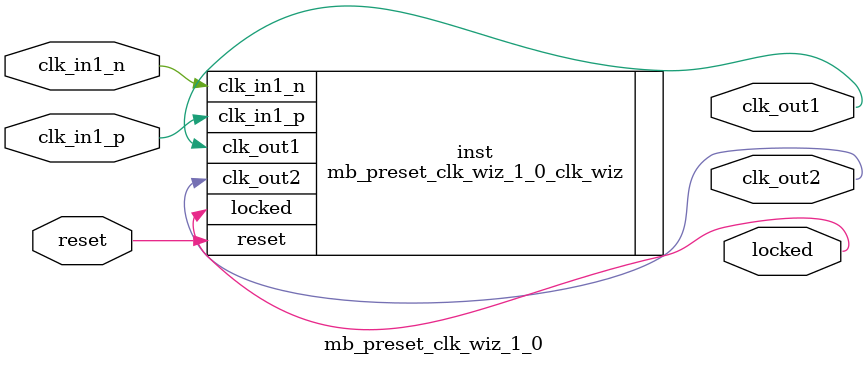
<source format=v>


`timescale 1ps/1ps

(* CORE_GENERATION_INFO = "mb_preset_clk_wiz_1_0,clk_wiz_v6_0_11_0_0,{component_name=mb_preset_clk_wiz_1_0,use_phase_alignment=true,use_min_o_jitter=false,use_max_i_jitter=false,use_dyn_phase_shift=false,use_inclk_switchover=false,use_dyn_reconfig=false,enable_axi=0,feedback_source=FDBK_AUTO,PRIMITIVE=MMCM,num_out_clk=2,clkin1_period=5.000,clkin2_period=10.0,use_power_down=false,use_reset=true,use_locked=true,use_inclk_stopped=false,feedback_type=SINGLE,CLOCK_MGR_TYPE=NA,manual_override=false}" *)

module mb_preset_clk_wiz_1_0 
 (
  // Clock out ports
  output        clk_out1,
  output        clk_out2,
  // Status and control signals
  input         reset,
  output        locked,
 // Clock in ports
  input         clk_in1_p,
  input         clk_in1_n
 );

  mb_preset_clk_wiz_1_0_clk_wiz inst
  (
  // Clock out ports  
  .clk_out1(clk_out1),
  .clk_out2(clk_out2),
  // Status and control signals               
  .reset(reset), 
  .locked(locked),
 // Clock in ports
  .clk_in1_p(clk_in1_p),
  .clk_in1_n(clk_in1_n)
  );

endmodule

</source>
